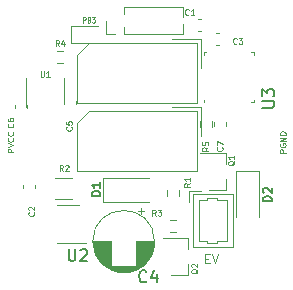
<source format=gbr>
%TF.GenerationSoftware,KiCad,Pcbnew,(5.1.8)-1*%
%TF.CreationDate,2020-11-29T16:47:13+01:00*%
%TF.ProjectId,PX12_Board,50583132-5f42-46f6-9172-642e6b696361,V1.0*%
%TF.SameCoordinates,Original*%
%TF.FileFunction,Legend,Top*%
%TF.FilePolarity,Positive*%
%FSLAX46Y46*%
G04 Gerber Fmt 4.6, Leading zero omitted, Abs format (unit mm)*
G04 Created by KiCad (PCBNEW (5.1.8)-1) date 2020-11-29 16:47:13*
%MOMM*%
%LPD*%
G01*
G04 APERTURE LIST*
%ADD10C,0.100000*%
%ADD11C,0.120000*%
%ADD12C,0.150000*%
G04 APERTURE END LIST*
D10*
X169654761Y-89876190D02*
X169654761Y-89376190D01*
X169807142Y-89376190D01*
X169845238Y-89400000D01*
X169864285Y-89423809D01*
X169883333Y-89471428D01*
X169883333Y-89542857D01*
X169864285Y-89590476D01*
X169845238Y-89614285D01*
X169807142Y-89638095D01*
X169654761Y-89638095D01*
X170188095Y-89614285D02*
X170245238Y-89638095D01*
X170264285Y-89661904D01*
X170283333Y-89709523D01*
X170283333Y-89780952D01*
X170264285Y-89828571D01*
X170245238Y-89852380D01*
X170207142Y-89876190D01*
X170054761Y-89876190D01*
X170054761Y-89376190D01*
X170188095Y-89376190D01*
X170226190Y-89400000D01*
X170245238Y-89423809D01*
X170264285Y-89471428D01*
X170264285Y-89519047D01*
X170245238Y-89566666D01*
X170226190Y-89590476D01*
X170188095Y-89614285D01*
X170054761Y-89614285D01*
X170416666Y-89376190D02*
X170664285Y-89376190D01*
X170530952Y-89566666D01*
X170588095Y-89566666D01*
X170626190Y-89590476D01*
X170645238Y-89614285D01*
X170664285Y-89661904D01*
X170664285Y-89780952D01*
X170645238Y-89828571D01*
X170626190Y-89852380D01*
X170588095Y-89876190D01*
X170473809Y-89876190D01*
X170435714Y-89852380D01*
X170416666Y-89828571D01*
X180017857Y-109846428D02*
X180267857Y-109846428D01*
X180375000Y-110239285D02*
X180017857Y-110239285D01*
X180017857Y-109489285D01*
X180375000Y-109489285D01*
X180589285Y-109489285D02*
X180839285Y-110239285D01*
X181089285Y-109489285D01*
D11*
%TO.C,U1*%
X168060000Y-96400000D02*
X168060000Y-94600000D01*
X164840000Y-94600000D02*
X164840000Y-97050000D01*
%TO.C,C7*%
X180740000Y-98309420D02*
X180740000Y-98590580D01*
X181760000Y-98309420D02*
X181760000Y-98590580D01*
%TO.C,KLIN2*%
X179310000Y-102460000D02*
X179310000Y-97340000D01*
X179310000Y-97340000D02*
X170190000Y-97340000D01*
X170190000Y-97340000D02*
X169190000Y-98340000D01*
X169190000Y-98340000D02*
X169190000Y-102460000D01*
X169190000Y-102460000D02*
X179310000Y-102460000D01*
X179610000Y-99450000D02*
X179610000Y-97040000D01*
X179610000Y-97040000D02*
X177200000Y-97040000D01*
%TO.C,D3*%
X170950000Y-90165000D02*
X168665000Y-90165000D01*
X168665000Y-90165000D02*
X168665000Y-91635000D01*
X168665000Y-91635000D02*
X170950000Y-91635000D01*
%TO.C,KLIN1*%
X179610000Y-91290000D02*
X177200000Y-91290000D01*
X179610000Y-93700000D02*
X179610000Y-91290000D01*
X169190000Y-96710000D02*
X179310000Y-96710000D01*
X169190000Y-92590000D02*
X169190000Y-96710000D01*
X170190000Y-91590000D02*
X169190000Y-92590000D01*
X179310000Y-91590000D02*
X170190000Y-91590000D01*
X179310000Y-96710000D02*
X179310000Y-91590000D01*
%TO.C,C3*%
X181190580Y-90790000D02*
X180909420Y-90790000D01*
X181190580Y-91810000D02*
X180909420Y-91810000D01*
%TO.C,Q1*%
X181760000Y-104080000D02*
X181760000Y-103150000D01*
X181760000Y-100920000D02*
X181760000Y-101850000D01*
X181760000Y-100920000D02*
X179600000Y-100920000D01*
X181760000Y-104080000D02*
X180300000Y-104080000D01*
%TO.C,VALVE1*%
X178650000Y-104100000D02*
X178650000Y-105100000D01*
X178650000Y-104100000D02*
X179650000Y-104100000D01*
X181850000Y-108350000D02*
X181850000Y-106625000D01*
X181000000Y-108350000D02*
X181850000Y-108350000D01*
X181000000Y-108550000D02*
X181000000Y-108350000D01*
X180200000Y-108550000D02*
X181000000Y-108550000D01*
X180200000Y-108350000D02*
X180200000Y-108550000D01*
X179450000Y-108350000D02*
X180200000Y-108350000D01*
X179450000Y-106625000D02*
X179450000Y-108350000D01*
X181850000Y-104900000D02*
X181850000Y-106625000D01*
X181000000Y-104900000D02*
X181850000Y-104900000D01*
X181000000Y-104700000D02*
X181000000Y-104900000D01*
X180200000Y-104700000D02*
X181000000Y-104700000D01*
X180200000Y-104900000D02*
X180200000Y-104700000D01*
X179450000Y-104900000D02*
X180200000Y-104900000D01*
X179450000Y-106625000D02*
X179450000Y-104900000D01*
X182360000Y-108860000D02*
X182360000Y-104390000D01*
X178940000Y-108860000D02*
X182360000Y-108860000D01*
X178940000Y-104390000D02*
X178940000Y-108860000D01*
X182360000Y-104390000D02*
X178940000Y-104390000D01*
%TO.C,R4*%
X167487742Y-93322500D02*
X167962258Y-93322500D01*
X167487742Y-92277500D02*
X167962258Y-92277500D01*
%TO.C,C5*%
X168090000Y-96790580D02*
X168090000Y-96509420D01*
X169110000Y-96790580D02*
X169110000Y-96509420D01*
%TO.C,C6*%
X164910000Y-96859420D02*
X164910000Y-97140580D01*
X163890000Y-96859420D02*
X163890000Y-97140580D01*
%TO.C,Q2*%
X178560000Y-111280000D02*
X177100000Y-111280000D01*
X178560000Y-108120000D02*
X176400000Y-108120000D01*
X178560000Y-108120000D02*
X178560000Y-109050000D01*
X178560000Y-111280000D02*
X178560000Y-110350000D01*
%TO.C,R1*%
X176777500Y-104037742D02*
X176777500Y-104512258D01*
X177822500Y-104037742D02*
X177822500Y-104512258D01*
%TO.C,R5*%
X179527500Y-98687258D02*
X179527500Y-98212742D01*
X180572500Y-98687258D02*
X180572500Y-98212742D01*
%TO.C,D1*%
X171350000Y-103050000D02*
X171350000Y-105050000D01*
X171350000Y-105050000D02*
X175250000Y-105050000D01*
X171350000Y-103050000D02*
X175250000Y-103050000D01*
%TO.C,SWD1*%
X171590000Y-90810000D02*
X171590000Y-89700000D01*
X172350000Y-90810000D02*
X171590000Y-90810000D01*
X173110000Y-89136529D02*
X173110000Y-88590000D01*
X173110000Y-90810000D02*
X173110000Y-90263471D01*
X173110000Y-88590000D02*
X178125000Y-88590000D01*
X173110000Y-90810000D02*
X178125000Y-90810000D01*
X178125000Y-89392470D02*
X178125000Y-88590000D01*
X178125000Y-90810000D02*
X178125000Y-90007530D01*
%TO.C,D2*%
X184600000Y-102450000D02*
X184600000Y-106350000D01*
X182600000Y-102450000D02*
X182600000Y-106350000D01*
X184600000Y-102450000D02*
X182600000Y-102450000D01*
%TO.C,R2*%
X168764564Y-104810000D02*
X167310436Y-104810000D01*
X168764564Y-102990000D02*
X167310436Y-102990000D01*
%TO.C,R3*%
X177537258Y-107622500D02*
X177062742Y-107622500D01*
X177537258Y-106577500D02*
X177062742Y-106577500D01*
%TO.C,U2*%
X169300000Y-105340000D02*
X167500000Y-105340000D01*
X167500000Y-108560000D02*
X169950000Y-108560000D01*
%TO.C,U3*%
X179890000Y-92615000D02*
X179890000Y-92390000D01*
X179890000Y-92390000D02*
X180115000Y-92390000D01*
X184110000Y-96385000D02*
X184110000Y-96610000D01*
X184110000Y-96610000D02*
X183885000Y-96610000D01*
X184110000Y-92615000D02*
X184110000Y-92390000D01*
X184110000Y-92390000D02*
X183885000Y-92390000D01*
X179890000Y-96385000D02*
X179890000Y-96610000D01*
%TO.C,C4*%
X175720000Y-108400000D02*
G75*
G03*
X175720000Y-108400000I-2620000J0D01*
G01*
X172060000Y-108400000D02*
X170520000Y-108400000D01*
X175680000Y-108400000D02*
X174140000Y-108400000D01*
X172060000Y-108440000D02*
X170520000Y-108440000D01*
X175680000Y-108440000D02*
X174140000Y-108440000D01*
X175679000Y-108480000D02*
X174140000Y-108480000D01*
X172060000Y-108480000D02*
X170521000Y-108480000D01*
X175678000Y-108520000D02*
X174140000Y-108520000D01*
X172060000Y-108520000D02*
X170522000Y-108520000D01*
X175676000Y-108560000D02*
X174140000Y-108560000D01*
X172060000Y-108560000D02*
X170524000Y-108560000D01*
X175673000Y-108600000D02*
X174140000Y-108600000D01*
X172060000Y-108600000D02*
X170527000Y-108600000D01*
X175669000Y-108640000D02*
X174140000Y-108640000D01*
X172060000Y-108640000D02*
X170531000Y-108640000D01*
X175665000Y-108680000D02*
X174140000Y-108680000D01*
X172060000Y-108680000D02*
X170535000Y-108680000D01*
X175661000Y-108720000D02*
X174140000Y-108720000D01*
X172060000Y-108720000D02*
X170539000Y-108720000D01*
X175656000Y-108760000D02*
X174140000Y-108760000D01*
X172060000Y-108760000D02*
X170544000Y-108760000D01*
X175650000Y-108800000D02*
X174140000Y-108800000D01*
X172060000Y-108800000D02*
X170550000Y-108800000D01*
X175643000Y-108840000D02*
X174140000Y-108840000D01*
X172060000Y-108840000D02*
X170557000Y-108840000D01*
X175636000Y-108880000D02*
X174140000Y-108880000D01*
X172060000Y-108880000D02*
X170564000Y-108880000D01*
X175628000Y-108920000D02*
X174140000Y-108920000D01*
X172060000Y-108920000D02*
X170572000Y-108920000D01*
X175620000Y-108960000D02*
X174140000Y-108960000D01*
X172060000Y-108960000D02*
X170580000Y-108960000D01*
X175611000Y-109000000D02*
X174140000Y-109000000D01*
X172060000Y-109000000D02*
X170589000Y-109000000D01*
X175601000Y-109040000D02*
X174140000Y-109040000D01*
X172060000Y-109040000D02*
X170599000Y-109040000D01*
X175591000Y-109080000D02*
X174140000Y-109080000D01*
X172060000Y-109080000D02*
X170609000Y-109080000D01*
X175580000Y-109121000D02*
X174140000Y-109121000D01*
X172060000Y-109121000D02*
X170620000Y-109121000D01*
X175568000Y-109161000D02*
X174140000Y-109161000D01*
X172060000Y-109161000D02*
X170632000Y-109161000D01*
X175555000Y-109201000D02*
X174140000Y-109201000D01*
X172060000Y-109201000D02*
X170645000Y-109201000D01*
X175542000Y-109241000D02*
X174140000Y-109241000D01*
X172060000Y-109241000D02*
X170658000Y-109241000D01*
X175528000Y-109281000D02*
X174140000Y-109281000D01*
X172060000Y-109281000D02*
X170672000Y-109281000D01*
X175514000Y-109321000D02*
X174140000Y-109321000D01*
X172060000Y-109321000D02*
X170686000Y-109321000D01*
X175498000Y-109361000D02*
X174140000Y-109361000D01*
X172060000Y-109361000D02*
X170702000Y-109361000D01*
X175482000Y-109401000D02*
X174140000Y-109401000D01*
X172060000Y-109401000D02*
X170718000Y-109401000D01*
X175465000Y-109441000D02*
X174140000Y-109441000D01*
X172060000Y-109441000D02*
X170735000Y-109441000D01*
X175448000Y-109481000D02*
X174140000Y-109481000D01*
X172060000Y-109481000D02*
X170752000Y-109481000D01*
X175429000Y-109521000D02*
X174140000Y-109521000D01*
X172060000Y-109521000D02*
X170771000Y-109521000D01*
X175410000Y-109561000D02*
X174140000Y-109561000D01*
X172060000Y-109561000D02*
X170790000Y-109561000D01*
X175390000Y-109601000D02*
X174140000Y-109601000D01*
X172060000Y-109601000D02*
X170810000Y-109601000D01*
X175368000Y-109641000D02*
X174140000Y-109641000D01*
X172060000Y-109641000D02*
X170832000Y-109641000D01*
X175347000Y-109681000D02*
X174140000Y-109681000D01*
X172060000Y-109681000D02*
X170853000Y-109681000D01*
X175324000Y-109721000D02*
X174140000Y-109721000D01*
X172060000Y-109721000D02*
X170876000Y-109721000D01*
X175300000Y-109761000D02*
X174140000Y-109761000D01*
X172060000Y-109761000D02*
X170900000Y-109761000D01*
X175275000Y-109801000D02*
X174140000Y-109801000D01*
X172060000Y-109801000D02*
X170925000Y-109801000D01*
X175249000Y-109841000D02*
X174140000Y-109841000D01*
X172060000Y-109841000D02*
X170951000Y-109841000D01*
X175222000Y-109881000D02*
X174140000Y-109881000D01*
X172060000Y-109881000D02*
X170978000Y-109881000D01*
X175195000Y-109921000D02*
X174140000Y-109921000D01*
X172060000Y-109921000D02*
X171005000Y-109921000D01*
X175165000Y-109961000D02*
X174140000Y-109961000D01*
X172060000Y-109961000D02*
X171035000Y-109961000D01*
X175135000Y-110001000D02*
X174140000Y-110001000D01*
X172060000Y-110001000D02*
X171065000Y-110001000D01*
X175104000Y-110041000D02*
X174140000Y-110041000D01*
X172060000Y-110041000D02*
X171096000Y-110041000D01*
X175071000Y-110081000D02*
X174140000Y-110081000D01*
X172060000Y-110081000D02*
X171129000Y-110081000D01*
X175037000Y-110121000D02*
X174140000Y-110121000D01*
X172060000Y-110121000D02*
X171163000Y-110121000D01*
X175001000Y-110161000D02*
X174140000Y-110161000D01*
X172060000Y-110161000D02*
X171199000Y-110161000D01*
X174964000Y-110201000D02*
X174140000Y-110201000D01*
X172060000Y-110201000D02*
X171236000Y-110201000D01*
X174926000Y-110241000D02*
X174140000Y-110241000D01*
X172060000Y-110241000D02*
X171274000Y-110241000D01*
X174885000Y-110281000D02*
X174140000Y-110281000D01*
X172060000Y-110281000D02*
X171315000Y-110281000D01*
X174843000Y-110321000D02*
X174140000Y-110321000D01*
X172060000Y-110321000D02*
X171357000Y-110321000D01*
X174799000Y-110361000D02*
X174140000Y-110361000D01*
X172060000Y-110361000D02*
X171401000Y-110361000D01*
X174753000Y-110401000D02*
X174140000Y-110401000D01*
X172060000Y-110401000D02*
X171447000Y-110401000D01*
X174705000Y-110441000D02*
X171495000Y-110441000D01*
X174654000Y-110481000D02*
X171546000Y-110481000D01*
X174600000Y-110521000D02*
X171600000Y-110521000D01*
X174543000Y-110561000D02*
X171657000Y-110561000D01*
X174483000Y-110601000D02*
X171717000Y-110601000D01*
X174419000Y-110641000D02*
X171781000Y-110641000D01*
X174351000Y-110681000D02*
X171849000Y-110681000D01*
X174278000Y-110721000D02*
X171922000Y-110721000D01*
X174198000Y-110761000D02*
X172002000Y-110761000D01*
X174111000Y-110801000D02*
X172089000Y-110801000D01*
X174015000Y-110841000D02*
X172185000Y-110841000D01*
X173905000Y-110881000D02*
X172295000Y-110881000D01*
X173777000Y-110921000D02*
X172423000Y-110921000D01*
X173618000Y-110961000D02*
X172582000Y-110961000D01*
X173384000Y-111001000D02*
X172816000Y-111001000D01*
X174575000Y-105595225D02*
X174575000Y-106095225D01*
X174825000Y-105845225D02*
X174325000Y-105845225D01*
%TO.C,C1*%
X179665580Y-90610000D02*
X179384420Y-90610000D01*
X179665580Y-89590000D02*
X179384420Y-89590000D01*
%TO.C,C2*%
X165610000Y-103865580D02*
X165610000Y-103584420D01*
X164590000Y-103865580D02*
X164590000Y-103584420D01*
%TO.C,U1*%
D10*
X166069047Y-93976190D02*
X166069047Y-94380952D01*
X166092857Y-94428571D01*
X166116666Y-94452380D01*
X166164285Y-94476190D01*
X166259523Y-94476190D01*
X166307142Y-94452380D01*
X166330952Y-94428571D01*
X166354761Y-94380952D01*
X166354761Y-93976190D01*
X166854761Y-94476190D02*
X166569047Y-94476190D01*
X166711904Y-94476190D02*
X166711904Y-93976190D01*
X166664285Y-94047619D01*
X166616666Y-94095238D01*
X166569047Y-94119047D01*
%TO.C,C7*%
X181428571Y-100433333D02*
X181452380Y-100457142D01*
X181476190Y-100528571D01*
X181476190Y-100576190D01*
X181452380Y-100647619D01*
X181404761Y-100695238D01*
X181357142Y-100719047D01*
X181261904Y-100742857D01*
X181190476Y-100742857D01*
X181095238Y-100719047D01*
X181047619Y-100695238D01*
X181000000Y-100647619D01*
X180976190Y-100576190D01*
X180976190Y-100528571D01*
X181000000Y-100457142D01*
X181023809Y-100433333D01*
X180976190Y-100266666D02*
X180976190Y-99933333D01*
X181476190Y-100147619D01*
%TO.C,C3*%
X182666666Y-91628571D02*
X182642857Y-91652380D01*
X182571428Y-91676190D01*
X182523809Y-91676190D01*
X182452380Y-91652380D01*
X182404761Y-91604761D01*
X182380952Y-91557142D01*
X182357142Y-91461904D01*
X182357142Y-91390476D01*
X182380952Y-91295238D01*
X182404761Y-91247619D01*
X182452380Y-91200000D01*
X182523809Y-91176190D01*
X182571428Y-91176190D01*
X182642857Y-91200000D01*
X182666666Y-91223809D01*
X182833333Y-91176190D02*
X183142857Y-91176190D01*
X182976190Y-91366666D01*
X183047619Y-91366666D01*
X183095238Y-91390476D01*
X183119047Y-91414285D01*
X183142857Y-91461904D01*
X183142857Y-91580952D01*
X183119047Y-91628571D01*
X183095238Y-91652380D01*
X183047619Y-91676190D01*
X182904761Y-91676190D01*
X182857142Y-91652380D01*
X182833333Y-91628571D01*
%TO.C,Q1*%
X182473809Y-101597619D02*
X182450000Y-101645238D01*
X182402380Y-101692857D01*
X182330952Y-101764285D01*
X182307142Y-101811904D01*
X182307142Y-101859523D01*
X182426190Y-101835714D02*
X182402380Y-101883333D01*
X182354761Y-101930952D01*
X182259523Y-101954761D01*
X182092857Y-101954761D01*
X181997619Y-101930952D01*
X181950000Y-101883333D01*
X181926190Y-101835714D01*
X181926190Y-101740476D01*
X181950000Y-101692857D01*
X181997619Y-101645238D01*
X182092857Y-101621428D01*
X182259523Y-101621428D01*
X182354761Y-101645238D01*
X182402380Y-101692857D01*
X182426190Y-101740476D01*
X182426190Y-101835714D01*
X182426190Y-101145238D02*
X182426190Y-101430952D01*
X182426190Y-101288095D02*
X181926190Y-101288095D01*
X181997619Y-101335714D01*
X182045238Y-101383333D01*
X182069047Y-101430952D01*
%TO.C,R4*%
X167641666Y-91876190D02*
X167475000Y-91638095D01*
X167355952Y-91876190D02*
X167355952Y-91376190D01*
X167546428Y-91376190D01*
X167594047Y-91400000D01*
X167617857Y-91423809D01*
X167641666Y-91471428D01*
X167641666Y-91542857D01*
X167617857Y-91590476D01*
X167594047Y-91614285D01*
X167546428Y-91638095D01*
X167355952Y-91638095D01*
X168070238Y-91542857D02*
X168070238Y-91876190D01*
X167951190Y-91352380D02*
X167832142Y-91709523D01*
X168141666Y-91709523D01*
%TO.C,C5*%
X168678571Y-98708333D02*
X168702380Y-98732142D01*
X168726190Y-98803571D01*
X168726190Y-98851190D01*
X168702380Y-98922619D01*
X168654761Y-98970238D01*
X168607142Y-98994047D01*
X168511904Y-99017857D01*
X168440476Y-99017857D01*
X168345238Y-98994047D01*
X168297619Y-98970238D01*
X168250000Y-98922619D01*
X168226190Y-98851190D01*
X168226190Y-98803571D01*
X168250000Y-98732142D01*
X168273809Y-98708333D01*
X168226190Y-98255952D02*
X168226190Y-98494047D01*
X168464285Y-98517857D01*
X168440476Y-98494047D01*
X168416666Y-98446428D01*
X168416666Y-98327380D01*
X168440476Y-98279761D01*
X168464285Y-98255952D01*
X168511904Y-98232142D01*
X168630952Y-98232142D01*
X168678571Y-98255952D01*
X168702380Y-98279761D01*
X168726190Y-98327380D01*
X168726190Y-98446428D01*
X168702380Y-98494047D01*
X168678571Y-98517857D01*
%TO.C,C6*%
X163728571Y-98433333D02*
X163752380Y-98457142D01*
X163776190Y-98528571D01*
X163776190Y-98576190D01*
X163752380Y-98647619D01*
X163704761Y-98695238D01*
X163657142Y-98719047D01*
X163561904Y-98742857D01*
X163490476Y-98742857D01*
X163395238Y-98719047D01*
X163347619Y-98695238D01*
X163300000Y-98647619D01*
X163276190Y-98576190D01*
X163276190Y-98528571D01*
X163300000Y-98457142D01*
X163323809Y-98433333D01*
X163276190Y-98004761D02*
X163276190Y-98100000D01*
X163300000Y-98147619D01*
X163323809Y-98171428D01*
X163395238Y-98219047D01*
X163490476Y-98242857D01*
X163680952Y-98242857D01*
X163728571Y-98219047D01*
X163752380Y-98195238D01*
X163776190Y-98147619D01*
X163776190Y-98052380D01*
X163752380Y-98004761D01*
X163728571Y-97980952D01*
X163680952Y-97957142D01*
X163561904Y-97957142D01*
X163514285Y-97980952D01*
X163490476Y-98004761D01*
X163466666Y-98052380D01*
X163466666Y-98147619D01*
X163490476Y-98195238D01*
X163514285Y-98219047D01*
X163561904Y-98242857D01*
%TO.C,Q2*%
X179373809Y-110747619D02*
X179350000Y-110795238D01*
X179302380Y-110842857D01*
X179230952Y-110914285D01*
X179207142Y-110961904D01*
X179207142Y-111009523D01*
X179326190Y-110985714D02*
X179302380Y-111033333D01*
X179254761Y-111080952D01*
X179159523Y-111104761D01*
X178992857Y-111104761D01*
X178897619Y-111080952D01*
X178850000Y-111033333D01*
X178826190Y-110985714D01*
X178826190Y-110890476D01*
X178850000Y-110842857D01*
X178897619Y-110795238D01*
X178992857Y-110771428D01*
X179159523Y-110771428D01*
X179254761Y-110795238D01*
X179302380Y-110842857D01*
X179326190Y-110890476D01*
X179326190Y-110985714D01*
X178873809Y-110580952D02*
X178850000Y-110557142D01*
X178826190Y-110509523D01*
X178826190Y-110390476D01*
X178850000Y-110342857D01*
X178873809Y-110319047D01*
X178921428Y-110295238D01*
X178969047Y-110295238D01*
X179040476Y-110319047D01*
X179326190Y-110604761D01*
X179326190Y-110295238D01*
%TO.C,R1*%
X178726190Y-103483333D02*
X178488095Y-103650000D01*
X178726190Y-103769047D02*
X178226190Y-103769047D01*
X178226190Y-103578571D01*
X178250000Y-103530952D01*
X178273809Y-103507142D01*
X178321428Y-103483333D01*
X178392857Y-103483333D01*
X178440476Y-103507142D01*
X178464285Y-103530952D01*
X178488095Y-103578571D01*
X178488095Y-103769047D01*
X178726190Y-103007142D02*
X178726190Y-103292857D01*
X178726190Y-103150000D02*
X178226190Y-103150000D01*
X178297619Y-103197619D01*
X178345238Y-103245238D01*
X178369047Y-103292857D01*
%TO.C,R5*%
X180276190Y-100433333D02*
X180038095Y-100600000D01*
X180276190Y-100719047D02*
X179776190Y-100719047D01*
X179776190Y-100528571D01*
X179800000Y-100480952D01*
X179823809Y-100457142D01*
X179871428Y-100433333D01*
X179942857Y-100433333D01*
X179990476Y-100457142D01*
X180014285Y-100480952D01*
X180038095Y-100528571D01*
X180038095Y-100719047D01*
X179776190Y-99980952D02*
X179776190Y-100219047D01*
X180014285Y-100242857D01*
X179990476Y-100219047D01*
X179966666Y-100171428D01*
X179966666Y-100052380D01*
X179990476Y-100004761D01*
X180014285Y-99980952D01*
X180061904Y-99957142D01*
X180180952Y-99957142D01*
X180228571Y-99980952D01*
X180252380Y-100004761D01*
X180276190Y-100052380D01*
X180276190Y-100171428D01*
X180252380Y-100219047D01*
X180228571Y-100242857D01*
%TO.C,D1*%
D12*
X171139285Y-104553571D02*
X170389285Y-104553571D01*
X170389285Y-104375000D01*
X170425000Y-104267857D01*
X170496428Y-104196428D01*
X170567857Y-104160714D01*
X170710714Y-104125000D01*
X170817857Y-104125000D01*
X170960714Y-104160714D01*
X171032142Y-104196428D01*
X171103571Y-104267857D01*
X171139285Y-104375000D01*
X171139285Y-104553571D01*
X171139285Y-103410714D02*
X171139285Y-103839285D01*
X171139285Y-103625000D02*
X170389285Y-103625000D01*
X170496428Y-103696428D01*
X170567857Y-103767857D01*
X170603571Y-103839285D01*
%TO.C,D2*%
X185639285Y-105003571D02*
X184889285Y-105003571D01*
X184889285Y-104825000D01*
X184925000Y-104717857D01*
X184996428Y-104646428D01*
X185067857Y-104610714D01*
X185210714Y-104575000D01*
X185317857Y-104575000D01*
X185460714Y-104610714D01*
X185532142Y-104646428D01*
X185603571Y-104717857D01*
X185639285Y-104825000D01*
X185639285Y-105003571D01*
X184960714Y-104289285D02*
X184925000Y-104253571D01*
X184889285Y-104182142D01*
X184889285Y-104003571D01*
X184925000Y-103932142D01*
X184960714Y-103896428D01*
X185032142Y-103860714D01*
X185103571Y-103860714D01*
X185210714Y-103896428D01*
X185639285Y-104325000D01*
X185639285Y-103860714D01*
%TO.C,R2*%
D10*
X167966666Y-102426190D02*
X167800000Y-102188095D01*
X167680952Y-102426190D02*
X167680952Y-101926190D01*
X167871428Y-101926190D01*
X167919047Y-101950000D01*
X167942857Y-101973809D01*
X167966666Y-102021428D01*
X167966666Y-102092857D01*
X167942857Y-102140476D01*
X167919047Y-102164285D01*
X167871428Y-102188095D01*
X167680952Y-102188095D01*
X168157142Y-101973809D02*
X168180952Y-101950000D01*
X168228571Y-101926190D01*
X168347619Y-101926190D01*
X168395238Y-101950000D01*
X168419047Y-101973809D01*
X168442857Y-102021428D01*
X168442857Y-102069047D01*
X168419047Y-102140476D01*
X168133333Y-102426190D01*
X168442857Y-102426190D01*
%TO.C,R3*%
X175816666Y-106226190D02*
X175650000Y-105988095D01*
X175530952Y-106226190D02*
X175530952Y-105726190D01*
X175721428Y-105726190D01*
X175769047Y-105750000D01*
X175792857Y-105773809D01*
X175816666Y-105821428D01*
X175816666Y-105892857D01*
X175792857Y-105940476D01*
X175769047Y-105964285D01*
X175721428Y-105988095D01*
X175530952Y-105988095D01*
X175983333Y-105726190D02*
X176292857Y-105726190D01*
X176126190Y-105916666D01*
X176197619Y-105916666D01*
X176245238Y-105940476D01*
X176269047Y-105964285D01*
X176292857Y-106011904D01*
X176292857Y-106130952D01*
X176269047Y-106178571D01*
X176245238Y-106202380D01*
X176197619Y-106226190D01*
X176054761Y-106226190D01*
X176007142Y-106202380D01*
X175983333Y-106178571D01*
%TO.C,U2*%
D12*
X168438095Y-109052380D02*
X168438095Y-109861904D01*
X168485714Y-109957142D01*
X168533333Y-110004761D01*
X168628571Y-110052380D01*
X168819047Y-110052380D01*
X168914285Y-110004761D01*
X168961904Y-109957142D01*
X169009523Y-109861904D01*
X169009523Y-109052380D01*
X169438095Y-109147619D02*
X169485714Y-109100000D01*
X169580952Y-109052380D01*
X169819047Y-109052380D01*
X169914285Y-109100000D01*
X169961904Y-109147619D01*
X170009523Y-109242857D01*
X170009523Y-109338095D01*
X169961904Y-109480952D01*
X169390476Y-110052380D01*
X170009523Y-110052380D01*
%TO.C,U3*%
X184852380Y-97061904D02*
X185661904Y-97061904D01*
X185757142Y-97014285D01*
X185804761Y-96966666D01*
X185852380Y-96871428D01*
X185852380Y-96680952D01*
X185804761Y-96585714D01*
X185757142Y-96538095D01*
X185661904Y-96490476D01*
X184852380Y-96490476D01*
X184852380Y-96109523D02*
X184852380Y-95490476D01*
X185233333Y-95823809D01*
X185233333Y-95680952D01*
X185280952Y-95585714D01*
X185328571Y-95538095D01*
X185423809Y-95490476D01*
X185661904Y-95490476D01*
X185757142Y-95538095D01*
X185804761Y-95585714D01*
X185852380Y-95680952D01*
X185852380Y-95966666D01*
X185804761Y-96061904D01*
X185757142Y-96109523D01*
%TO.C,C4*%
X175033333Y-111757142D02*
X174985714Y-111804761D01*
X174842857Y-111852380D01*
X174747619Y-111852380D01*
X174604761Y-111804761D01*
X174509523Y-111709523D01*
X174461904Y-111614285D01*
X174414285Y-111423809D01*
X174414285Y-111280952D01*
X174461904Y-111090476D01*
X174509523Y-110995238D01*
X174604761Y-110900000D01*
X174747619Y-110852380D01*
X174842857Y-110852380D01*
X174985714Y-110900000D01*
X175033333Y-110947619D01*
X175890476Y-111185714D02*
X175890476Y-111852380D01*
X175652380Y-110804761D02*
X175414285Y-111519047D01*
X176033333Y-111519047D01*
%TO.C,C1*%
D10*
X178616666Y-89178571D02*
X178592857Y-89202380D01*
X178521428Y-89226190D01*
X178473809Y-89226190D01*
X178402380Y-89202380D01*
X178354761Y-89154761D01*
X178330952Y-89107142D01*
X178307142Y-89011904D01*
X178307142Y-88940476D01*
X178330952Y-88845238D01*
X178354761Y-88797619D01*
X178402380Y-88750000D01*
X178473809Y-88726190D01*
X178521428Y-88726190D01*
X178592857Y-88750000D01*
X178616666Y-88773809D01*
X179092857Y-89226190D02*
X178807142Y-89226190D01*
X178950000Y-89226190D02*
X178950000Y-88726190D01*
X178902380Y-88797619D01*
X178854761Y-88845238D01*
X178807142Y-88869047D01*
%TO.C,C2*%
X165478571Y-105933333D02*
X165502380Y-105957142D01*
X165526190Y-106028571D01*
X165526190Y-106076190D01*
X165502380Y-106147619D01*
X165454761Y-106195238D01*
X165407142Y-106219047D01*
X165311904Y-106242857D01*
X165240476Y-106242857D01*
X165145238Y-106219047D01*
X165097619Y-106195238D01*
X165050000Y-106147619D01*
X165026190Y-106076190D01*
X165026190Y-106028571D01*
X165050000Y-105957142D01*
X165073809Y-105933333D01*
X165073809Y-105742857D02*
X165050000Y-105719047D01*
X165026190Y-105671428D01*
X165026190Y-105552380D01*
X165050000Y-105504761D01*
X165073809Y-105480952D01*
X165121428Y-105457142D01*
X165169047Y-105457142D01*
X165240476Y-105480952D01*
X165526190Y-105766666D01*
X165526190Y-105457142D01*
%TO.C,PGND*%
X186826190Y-100892857D02*
X186326190Y-100892857D01*
X186326190Y-100702380D01*
X186350000Y-100654761D01*
X186373809Y-100630952D01*
X186421428Y-100607142D01*
X186492857Y-100607142D01*
X186540476Y-100630952D01*
X186564285Y-100654761D01*
X186588095Y-100702380D01*
X186588095Y-100892857D01*
X186350000Y-100130952D02*
X186326190Y-100178571D01*
X186326190Y-100250000D01*
X186350000Y-100321428D01*
X186397619Y-100369047D01*
X186445238Y-100392857D01*
X186540476Y-100416666D01*
X186611904Y-100416666D01*
X186707142Y-100392857D01*
X186754761Y-100369047D01*
X186802380Y-100321428D01*
X186826190Y-100250000D01*
X186826190Y-100202380D01*
X186802380Y-100130952D01*
X186778571Y-100107142D01*
X186611904Y-100107142D01*
X186611904Y-100202380D01*
X186826190Y-99892857D02*
X186326190Y-99892857D01*
X186826190Y-99607142D01*
X186326190Y-99607142D01*
X186826190Y-99369047D02*
X186326190Y-99369047D01*
X186326190Y-99250000D01*
X186350000Y-99178571D01*
X186397619Y-99130952D01*
X186445238Y-99107142D01*
X186540476Y-99083333D01*
X186611904Y-99083333D01*
X186707142Y-99107142D01*
X186754761Y-99130952D01*
X186802380Y-99178571D01*
X186826190Y-99250000D01*
X186826190Y-99369047D01*
%TO.C,PVCC*%
X163776190Y-100845238D02*
X163276190Y-100845238D01*
X163276190Y-100654761D01*
X163300000Y-100607142D01*
X163323809Y-100583333D01*
X163371428Y-100559523D01*
X163442857Y-100559523D01*
X163490476Y-100583333D01*
X163514285Y-100607142D01*
X163538095Y-100654761D01*
X163538095Y-100845238D01*
X163276190Y-100416666D02*
X163776190Y-100250000D01*
X163276190Y-100083333D01*
X163728571Y-99630952D02*
X163752380Y-99654761D01*
X163776190Y-99726190D01*
X163776190Y-99773809D01*
X163752380Y-99845238D01*
X163704761Y-99892857D01*
X163657142Y-99916666D01*
X163561904Y-99940476D01*
X163490476Y-99940476D01*
X163395238Y-99916666D01*
X163347619Y-99892857D01*
X163300000Y-99845238D01*
X163276190Y-99773809D01*
X163276190Y-99726190D01*
X163300000Y-99654761D01*
X163323809Y-99630952D01*
X163728571Y-99130952D02*
X163752380Y-99154761D01*
X163776190Y-99226190D01*
X163776190Y-99273809D01*
X163752380Y-99345238D01*
X163704761Y-99392857D01*
X163657142Y-99416666D01*
X163561904Y-99440476D01*
X163490476Y-99440476D01*
X163395238Y-99416666D01*
X163347619Y-99392857D01*
X163300000Y-99345238D01*
X163276190Y-99273809D01*
X163276190Y-99226190D01*
X163300000Y-99154761D01*
X163323809Y-99130952D01*
%TD*%
M02*

</source>
